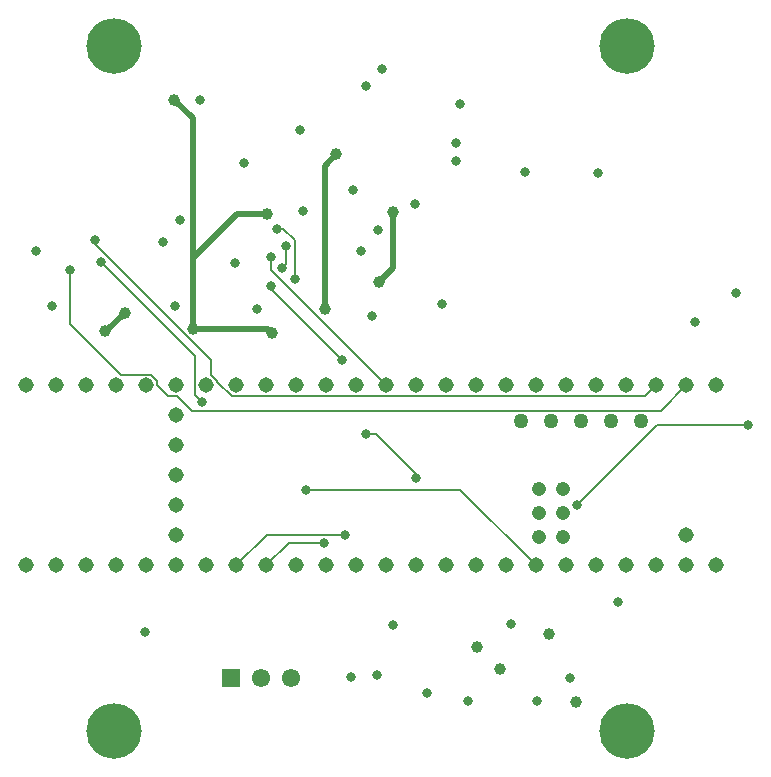
<source format=gbr>
%TF.GenerationSoftware,KiCad,Pcbnew,7.0.6*%
%TF.CreationDate,2024-05-04T22:08:13-04:00*%
%TF.ProjectId,rearbox,72656172-626f-4782-9e6b-696361645f70,rev?*%
%TF.SameCoordinates,Original*%
%TF.FileFunction,Copper,L4,Bot*%
%TF.FilePolarity,Positive*%
%FSLAX46Y46*%
G04 Gerber Fmt 4.6, Leading zero omitted, Abs format (unit mm)*
G04 Created by KiCad (PCBNEW 7.0.6) date 2024-05-04 22:08:13*
%MOMM*%
%LPD*%
G01*
G04 APERTURE LIST*
%TA.AperFunction,ComponentPad*%
%ADD10C,4.700000*%
%TD*%
%TA.AperFunction,ComponentPad*%
%ADD11R,1.550000X1.550000*%
%TD*%
%TA.AperFunction,ComponentPad*%
%ADD12C,1.550000*%
%TD*%
%TA.AperFunction,ComponentPad*%
%ADD13C,1.308000*%
%TD*%
%TA.AperFunction,ComponentPad*%
%ADD14C,1.258000*%
%TD*%
%TA.AperFunction,ComponentPad*%
%ADD15C,1.208000*%
%TD*%
%TA.AperFunction,ViaPad*%
%ADD16C,0.800000*%
%TD*%
%TA.AperFunction,ViaPad*%
%ADD17C,1.000000*%
%TD*%
%TA.AperFunction,Conductor*%
%ADD18C,0.500000*%
%TD*%
%TA.AperFunction,Conductor*%
%ADD19C,0.127000*%
%TD*%
G04 APERTURE END LIST*
D10*
%TO.P,H6,1*%
%TO.N,N/C*%
X227395400Y-102196000D03*
%TD*%
%TO.P,H5,1*%
%TO.N,N/C*%
X183895400Y-102196000D03*
%TD*%
%TO.P,H4,1*%
%TO.N,N/C*%
X227395500Y-44195900D03*
%TD*%
%TO.P,H2,1*%
%TO.N,N/C*%
X183895400Y-44196000D03*
%TD*%
D11*
%TO.P,U3,1,VIN*%
%TO.N,Net-(J2-Pin_1)*%
X193802000Y-97739200D03*
D12*
%TO.P,U3,2,GND*%
%TO.N,GND*%
X196342000Y-97739200D03*
%TO.P,U3,3,VOUT*%
%TO.N,5v*%
X198882000Y-97739200D03*
%TD*%
D13*
%TO.P,U4,0,RX1*%
%TO.N,!CS2*%
X232364800Y-72962300D03*
%TO.P,U4,1,TX1*%
%TO.N,SDO2*%
X229824800Y-72962300D03*
%TO.P,U4,2,OUT2*%
%TO.N,unconnected-(U4-OUT2-Pad2)*%
X227284800Y-72962300D03*
%TO.P,U4,3,LRCLK2*%
%TO.N,unconnected-(U4-LRCLK2-Pad3)*%
X224744800Y-72962300D03*
%TO.P,U4,3.3V_1,3.3V*%
%TO.N,3v3*%
X199344800Y-72962300D03*
%TO.P,U4,3.3V_2,3.3V__1*%
%TO.N,unconnected-(U4-3.3V__1-Pad3.3V_2)*%
X229824800Y-88202300D03*
%TO.P,U4,3.3V_3,3.3V__2*%
%TO.N,unconnected-(U4-3.3V__2-Pad3.3V_3)*%
X189184800Y-78042300D03*
%TO.P,U4,4,BCLK2*%
%TO.N,unconnected-(U4-BCLK2-Pad4)*%
X222204800Y-72962300D03*
%TO.P,U4,5,IN2*%
%TO.N,unconnected-(U4-IN2-Pad5)*%
X219664800Y-72962300D03*
D14*
%TO.P,U4,5V,5V*%
%TO.N,unconnected-(U4-Pad5V)*%
X228554800Y-76012300D03*
D13*
%TO.P,U4,6,OUT1D*%
%TO.N,unconnected-(U4-OUT1D-Pad6)*%
X217124800Y-72962300D03*
%TO.P,U4,7,RX2*%
%TO.N,syncin1*%
X214584800Y-72962300D03*
%TO.P,U4,8,TX2*%
%TO.N,syncin2*%
X212044800Y-72962300D03*
%TO.P,U4,9,OUT1C*%
%TO.N,unconnected-(U4-OUT1C-Pad9)*%
X209504800Y-72962300D03*
%TO.P,U4,10,CS1*%
%TO.N,!CS1*%
X206964800Y-72962300D03*
%TO.P,U4,11,MOSI*%
%TO.N,SDI1*%
X204424800Y-72962300D03*
%TO.P,U4,12,MISO*%
%TO.N,SDO1*%
X201884800Y-72962300D03*
%TO.P,U4,13,SCK*%
%TO.N,SCLK1*%
X201884800Y-88202300D03*
%TO.P,U4,14,A0*%
%TO.N,rst2*%
X204424800Y-88202300D03*
%TO.P,U4,15,A1*%
%TO.N,dout1*%
X206964800Y-88202300D03*
%TO.P,U4,16,A2*%
%TO.N,dclk1*%
X209504800Y-88202300D03*
%TO.P,U4,17,A3*%
%TO.N,drdy1*%
X212044800Y-88202300D03*
%TO.P,U4,18,A4*%
%TO.N,dout2*%
X214584800Y-88202300D03*
%TO.P,U4,19,A5*%
%TO.N,dclk2*%
X217124800Y-88202300D03*
%TO.P,U4,20,A6*%
%TO.N,drdy2*%
X219664800Y-88202300D03*
%TO.P,U4,21,A7*%
%TO.N,unconnected-(U4-A7-Pad21)*%
X222204800Y-88202300D03*
%TO.P,U4,22,A8*%
%TO.N,unconnected-(U4-A8-Pad22)*%
X224744800Y-88202300D03*
%TO.P,U4,23,A9*%
%TO.N,unconnected-(U4-A9-Pad23)*%
X227284800Y-88202300D03*
%TO.P,U4,24,A10*%
%TO.N,unconnected-(U4-A10-Pad24)*%
X196804800Y-72962300D03*
%TO.P,U4,25,A11*%
%TO.N,unconnected-(U4-A11-Pad25)*%
X194264800Y-72962300D03*
%TO.P,U4,26,A12*%
%TO.N,SDI2*%
X191724800Y-72962300D03*
%TO.P,U4,27,A13*%
%TO.N,SCLK2*%
X189184800Y-72962300D03*
%TO.P,U4,28,RX7*%
%TO.N,unconnected-(U4-RX7-Pad28)*%
X186644800Y-72962300D03*
%TO.P,U4,29,TX7*%
%TO.N,unconnected-(U4-TX7-Pad29)*%
X184104800Y-72962300D03*
%TO.P,U4,30,CRX3*%
%TO.N,unconnected-(U4-CRX3-Pad30)*%
X181564800Y-72962300D03*
%TO.P,U4,31,CTX3*%
%TO.N,unconnected-(U4-CTX3-Pad31)*%
X179024800Y-72962300D03*
%TO.P,U4,32,OUT1B*%
%TO.N,unconnected-(U4-OUT1B-Pad32)*%
X176484800Y-72962300D03*
%TO.P,U4,33,MCLK2*%
%TO.N,unconnected-(U4-MCLK2-Pad33)*%
X176484800Y-88202300D03*
%TO.P,U4,34,RX8*%
%TO.N,unconnected-(U4-RX8-Pad34)*%
X179024800Y-88202300D03*
%TO.P,U4,35,TX8*%
%TO.N,unconnected-(U4-TX8-Pad35)*%
X181564800Y-88202300D03*
%TO.P,U4,36,CS2*%
%TO.N,unconnected-(U4-CS2-Pad36)*%
X184104800Y-88202300D03*
%TO.P,U4,37,CS3*%
%TO.N,unconnected-(U4-CS3-Pad37)*%
X186644800Y-88202300D03*
%TO.P,U4,38,A14*%
%TO.N,unconnected-(U4-A14-Pad38)*%
X189184800Y-88202300D03*
%TO.P,U4,39,A15*%
%TO.N,unconnected-(U4-A15-Pad39)*%
X191724800Y-88202300D03*
%TO.P,U4,40,A16*%
%TO.N,Net-(IC1-A1)*%
X194264800Y-88202300D03*
%TO.P,U4,41,A17*%
%TO.N,Net-(IC1-A2)*%
X196804800Y-88202300D03*
D14*
%TO.P,U4,D+,D+*%
%TO.N,unconnected-(U4-PadD+)*%
X223474800Y-76012300D03*
%TO.P,U4,D-,D-*%
%TO.N,unconnected-(U4-PadD-)*%
X226014800Y-76012300D03*
D13*
%TO.P,U4,GND1,GND*%
%TO.N,GND*%
X234904800Y-72962300D03*
%TO.P,U4,GND2,GND__1*%
X199344800Y-88202300D03*
%TO.P,U4,GND3,GND__2*%
X232364800Y-88202300D03*
%TO.P,U4,GND4,GND__3*%
X189184800Y-80582300D03*
D15*
%TO.P,U4,GND5,GND__4*%
X219934800Y-83752300D03*
%TO.P,U4,LED,LED*%
%TO.N,Net-(D1-A)*%
X221934800Y-83752300D03*
D13*
%TO.P,U4,ON/OFF,ON/OFF*%
%TO.N,unconnected-(U4-PadON{slash}OFF)*%
X189184800Y-85662300D03*
%TO.P,U4,PROGRAM,PROGRAM*%
%TO.N,unconnected-(U4-PadPROGRAM)*%
X189184800Y-83122300D03*
D15*
%TO.P,U4,R+,R+*%
%TO.N,Rd+*%
X221934800Y-85752300D03*
%TO.P,U4,R-,R-*%
%TO.N,Rd-*%
X219934800Y-85752300D03*
%TO.P,U4,T+,T+*%
%TO.N,Td+*%
X219934800Y-81752300D03*
%TO.P,U4,T-,T-*%
%TO.N,Td-*%
X221934800Y-81752300D03*
D14*
%TO.P,U4,USB_GND1,USB_GND*%
%TO.N,GND*%
X220934800Y-76012300D03*
%TO.P,U4,USB_GND2,USB_GND__1*%
X218394800Y-76012300D03*
D13*
%TO.P,U4,VBAT,VBAT*%
%TO.N,unconnected-(U4-PadVBAT)*%
X189184800Y-75502300D03*
%TO.P,U4,VIN,VIN*%
%TO.N,5v*%
X234904800Y-88202300D03*
%TO.P,U4,VUSB,VUSB*%
%TO.N,unconnected-(U4-PadVUSB)*%
X232364800Y-85662300D03*
%TD*%
D16*
%TO.N,GND*%
X186588400Y-93827600D03*
D17*
%TO.N,5vref*%
X196856123Y-58413877D03*
X183134000Y-68376800D03*
X190607723Y-68218277D03*
X206376565Y-64175397D03*
X189026800Y-48768000D03*
X207517000Y-58267600D03*
X197297743Y-68538657D03*
X184861200Y-66802000D03*
D16*
%TO.N,GND*%
X217504296Y-93181101D03*
X199898000Y-58216800D03*
X210464400Y-98986401D03*
X209397600Y-57607200D03*
X206654400Y-46177200D03*
X189534800Y-58978800D03*
X206248000Y-59842400D03*
X236626400Y-65176400D03*
X206197200Y-97513201D03*
X218744800Y-54914800D03*
X196037200Y-66497200D03*
X194970400Y-54102000D03*
X233121200Y-67614800D03*
X212852000Y-52425600D03*
X222504000Y-97767201D03*
X226568000Y-91338400D03*
X213918800Y-99646801D03*
X177292000Y-61620400D03*
X204165200Y-56438800D03*
X189077600Y-66243200D03*
X205232000Y-47599600D03*
X194211000Y-62636400D03*
X219760800Y-99697601D03*
X191211200Y-48768000D03*
X204012800Y-97614801D03*
X199644000Y-51308000D03*
X205740000Y-67106800D03*
X207518000Y-93246001D03*
X211683600Y-66090800D03*
X224891600Y-54965600D03*
X178714400Y-66243200D03*
D17*
%TO.N,5v*%
X223012000Y-99799201D03*
X220776800Y-94008001D03*
X214630000Y-95148400D03*
X201777600Y-66497200D03*
X216611200Y-97005201D03*
X202763503Y-53370097D03*
D16*
%TO.N,3v3*%
X204825600Y-61620400D03*
X212902800Y-53949600D03*
X213207600Y-49174400D03*
X188112400Y-60807600D03*
%TO.N,Net-(D1-A)*%
X223164400Y-83058000D03*
X237591600Y-76352400D03*
%TO.N,Net-(IC1-A1)*%
X203504800Y-85598000D03*
%TO.N,Net-(IC1-A2)*%
X201729400Y-86261000D03*
%TO.N,sg*%
X197764400Y-59690000D03*
X199237600Y-63957200D03*
%TO.N,!CS2*%
X180226100Y-63171610D03*
%TO.N,!CS1*%
X197205600Y-62128400D03*
%TO.N,SDO2*%
X182321200Y-60655200D03*
%TO.N,drdy2*%
X182842988Y-62470212D03*
X200202800Y-81788000D03*
X191414400Y-74371200D03*
%TO.N,drdy1*%
X198475600Y-61163200D03*
X198120000Y-63042800D03*
X203250800Y-70815200D03*
X209499200Y-80772000D03*
X205282800Y-77114400D03*
X197256400Y-64516000D03*
%TD*%
D18*
%TO.N,5vref*%
X197297743Y-68538657D02*
X196977363Y-68218277D01*
X207517000Y-63034962D02*
X207517000Y-58267600D01*
X196977363Y-68218277D02*
X190607723Y-68218277D01*
X190607723Y-62173077D02*
X190607723Y-68218277D01*
X190607723Y-68218277D02*
X190607723Y-50348923D01*
X194366923Y-58413877D02*
X190607723Y-62173077D01*
X196856123Y-58413877D02*
X194366923Y-58413877D01*
X206376565Y-64175397D02*
X207517000Y-63034962D01*
X183134000Y-68376800D02*
X183286400Y-68376800D01*
X183286400Y-68376800D02*
X184861200Y-66802000D01*
X190607723Y-50348923D02*
X189026800Y-48768000D01*
%TO.N,5v*%
X202763503Y-53370097D02*
X201777600Y-54356000D01*
X201777600Y-54356000D02*
X201777600Y-66497200D01*
D19*
%TO.N,Net-(D1-A)*%
X229870000Y-76352400D02*
X237591600Y-76352400D01*
X223164400Y-83058000D02*
X229870000Y-76352400D01*
%TO.N,Net-(IC1-A1)*%
X196869100Y-85598000D02*
X194264800Y-88202300D01*
X203504800Y-85598000D02*
X196869100Y-85598000D01*
%TO.N,Net-(IC1-A2)*%
X198746100Y-86261000D02*
X196804800Y-88202300D01*
X201729400Y-86261000D02*
X198746100Y-86261000D01*
%TO.N,sg*%
X199237600Y-60655200D02*
X199237600Y-63957200D01*
X198272400Y-59690000D02*
X199237600Y-60655200D01*
X197764400Y-59690000D02*
X198272400Y-59690000D01*
%TO.N,!CS2*%
X187024841Y-72044800D02*
X187562300Y-72582259D01*
X184499501Y-72044800D02*
X187024841Y-72044800D01*
X180226100Y-63171610D02*
X180226100Y-67771399D01*
X187562300Y-72948800D02*
X188493300Y-73879800D01*
X180226100Y-67771399D02*
X184499501Y-72044800D01*
X189297400Y-73879800D02*
X190537400Y-75119800D01*
X187562300Y-72582259D02*
X187562300Y-72948800D01*
X190537400Y-75119800D02*
X230207300Y-75119800D01*
X188493300Y-73879800D02*
X189297400Y-73879800D01*
X230207300Y-75119800D02*
X232364800Y-72962300D01*
%TO.N,!CS1*%
X197205600Y-63203100D02*
X206964800Y-72962300D01*
X197205600Y-62128400D02*
X197205600Y-63203100D01*
%TO.N,SDO2*%
X192104841Y-70794441D02*
X192104841Y-72044800D01*
X192104841Y-72044800D02*
X192642300Y-72582259D01*
X182321200Y-61010800D02*
X192104841Y-70794441D01*
X182321200Y-60655200D02*
X182321200Y-61010800D01*
X193884759Y-73879800D02*
X228907300Y-73879800D01*
X192642300Y-72637341D02*
X193884759Y-73879800D01*
X228907300Y-73879800D02*
X229824800Y-72962300D01*
X192642300Y-72582259D02*
X192642300Y-72637341D01*
%TO.N,drdy2*%
X200202800Y-81788000D02*
X213250500Y-81788000D01*
X190807300Y-73764100D02*
X191414400Y-74371200D01*
X182842988Y-62470212D02*
X190807300Y-70434524D01*
X190807300Y-70434524D02*
X190807300Y-73764100D01*
X213250500Y-81788000D02*
X219664800Y-88202300D01*
%TO.N,drdy1*%
X206146400Y-77114400D02*
X209499200Y-80467200D01*
X198475600Y-62687200D02*
X198475600Y-61163200D01*
X203250800Y-70815200D02*
X197256400Y-64820800D01*
X197256400Y-64820800D02*
X197256400Y-64516000D01*
X198120000Y-63042800D02*
X198475600Y-62687200D01*
X209499200Y-80467200D02*
X209499200Y-80772000D01*
X205282800Y-77114400D02*
X206146400Y-77114400D01*
%TD*%
M02*

</source>
